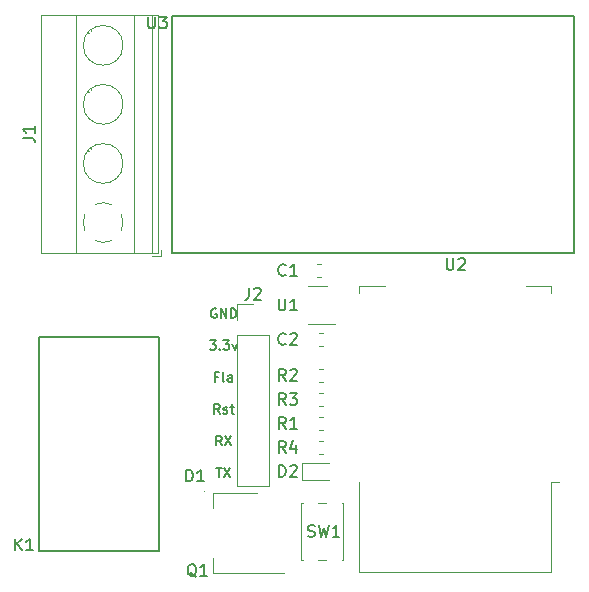
<source format=gto>
G04 #@! TF.GenerationSoftware,KiCad,Pcbnew,5.1.9-73d0e3b20d~88~ubuntu20.04.1*
G04 #@! TF.CreationDate,2021-03-27T20:57:37+01:00*
G04 #@! TF.ProjectId,Ceiling lamp,4365696c-696e-4672-906c-616d702e6b69,rev?*
G04 #@! TF.SameCoordinates,Original*
G04 #@! TF.FileFunction,Legend,Top*
G04 #@! TF.FilePolarity,Positive*
%FSLAX46Y46*%
G04 Gerber Fmt 4.6, Leading zero omitted, Abs format (unit mm)*
G04 Created by KiCad (PCBNEW 5.1.9-73d0e3b20d~88~ubuntu20.04.1) date 2021-03-27 20:57:37*
%MOMM*%
%LPD*%
G01*
G04 APERTURE LIST*
%ADD10C,0.150000*%
%ADD11C,0.120000*%
%ADD12C,0.100000*%
G04 APERTURE END LIST*
D10*
X86790476Y-72850000D02*
X86714285Y-72811904D01*
X86600000Y-72811904D01*
X86485714Y-72850000D01*
X86409523Y-72926190D01*
X86371428Y-73002380D01*
X86333333Y-73154761D01*
X86333333Y-73269047D01*
X86371428Y-73421428D01*
X86409523Y-73497619D01*
X86485714Y-73573809D01*
X86600000Y-73611904D01*
X86676190Y-73611904D01*
X86790476Y-73573809D01*
X86828571Y-73535714D01*
X86828571Y-73269047D01*
X86676190Y-73269047D01*
X87171428Y-73611904D02*
X87171428Y-72811904D01*
X87628571Y-73611904D01*
X87628571Y-72811904D01*
X88009523Y-73611904D02*
X88009523Y-72811904D01*
X88200000Y-72811904D01*
X88314285Y-72850000D01*
X88390476Y-72926190D01*
X88428571Y-73002380D01*
X88466666Y-73154761D01*
X88466666Y-73269047D01*
X88428571Y-73421428D01*
X88390476Y-73497619D01*
X88314285Y-73573809D01*
X88200000Y-73611904D01*
X88009523Y-73611904D01*
X86257142Y-75511904D02*
X86752380Y-75511904D01*
X86485714Y-75816666D01*
X86600000Y-75816666D01*
X86676190Y-75854761D01*
X86714285Y-75892857D01*
X86752380Y-75969047D01*
X86752380Y-76159523D01*
X86714285Y-76235714D01*
X86676190Y-76273809D01*
X86600000Y-76311904D01*
X86371428Y-76311904D01*
X86295238Y-76273809D01*
X86257142Y-76235714D01*
X87095238Y-76235714D02*
X87133333Y-76273809D01*
X87095238Y-76311904D01*
X87057142Y-76273809D01*
X87095238Y-76235714D01*
X87095238Y-76311904D01*
X87400000Y-75511904D02*
X87895238Y-75511904D01*
X87628571Y-75816666D01*
X87742857Y-75816666D01*
X87819047Y-75854761D01*
X87857142Y-75892857D01*
X87895238Y-75969047D01*
X87895238Y-76159523D01*
X87857142Y-76235714D01*
X87819047Y-76273809D01*
X87742857Y-76311904D01*
X87514285Y-76311904D01*
X87438095Y-76273809D01*
X87400000Y-76235714D01*
X88161904Y-75778571D02*
X88352380Y-76311904D01*
X88542857Y-75778571D01*
X86942857Y-78592857D02*
X86676190Y-78592857D01*
X86676190Y-79011904D02*
X86676190Y-78211904D01*
X87057142Y-78211904D01*
X87476190Y-79011904D02*
X87400000Y-78973809D01*
X87361904Y-78897619D01*
X87361904Y-78211904D01*
X88123809Y-79011904D02*
X88123809Y-78592857D01*
X88085714Y-78516666D01*
X88009523Y-78478571D01*
X87857142Y-78478571D01*
X87780952Y-78516666D01*
X88123809Y-78973809D02*
X88047619Y-79011904D01*
X87857142Y-79011904D01*
X87780952Y-78973809D01*
X87742857Y-78897619D01*
X87742857Y-78821428D01*
X87780952Y-78745238D01*
X87857142Y-78707142D01*
X88047619Y-78707142D01*
X88123809Y-78669047D01*
X87095238Y-81711904D02*
X86828571Y-81330952D01*
X86638095Y-81711904D02*
X86638095Y-80911904D01*
X86942857Y-80911904D01*
X87019047Y-80950000D01*
X87057142Y-80988095D01*
X87095238Y-81064285D01*
X87095238Y-81178571D01*
X87057142Y-81254761D01*
X87019047Y-81292857D01*
X86942857Y-81330952D01*
X86638095Y-81330952D01*
X87400000Y-81673809D02*
X87476190Y-81711904D01*
X87628571Y-81711904D01*
X87704761Y-81673809D01*
X87742857Y-81597619D01*
X87742857Y-81559523D01*
X87704761Y-81483333D01*
X87628571Y-81445238D01*
X87514285Y-81445238D01*
X87438095Y-81407142D01*
X87400000Y-81330952D01*
X87400000Y-81292857D01*
X87438095Y-81216666D01*
X87514285Y-81178571D01*
X87628571Y-81178571D01*
X87704761Y-81216666D01*
X87971428Y-81178571D02*
X88276190Y-81178571D01*
X88085714Y-80911904D02*
X88085714Y-81597619D01*
X88123809Y-81673809D01*
X88200000Y-81711904D01*
X88276190Y-81711904D01*
X87266666Y-84411904D02*
X87000000Y-84030952D01*
X86809523Y-84411904D02*
X86809523Y-83611904D01*
X87114285Y-83611904D01*
X87190476Y-83650000D01*
X87228571Y-83688095D01*
X87266666Y-83764285D01*
X87266666Y-83878571D01*
X87228571Y-83954761D01*
X87190476Y-83992857D01*
X87114285Y-84030952D01*
X86809523Y-84030952D01*
X87533333Y-83611904D02*
X88066666Y-84411904D01*
X88066666Y-83611904D02*
X87533333Y-84411904D01*
X86790476Y-86311904D02*
X87247619Y-86311904D01*
X87019047Y-87111904D02*
X87019047Y-86311904D01*
X87438095Y-86311904D02*
X87971428Y-87111904D01*
X87971428Y-86311904D02*
X87438095Y-87111904D01*
X117094000Y-68072000D02*
X83058000Y-68072000D01*
X117094000Y-48006000D02*
X117094000Y-68072000D01*
X83058000Y-48006000D02*
X117094000Y-48006000D01*
X83058000Y-68072000D02*
X83058000Y-48006000D01*
X71755000Y-93345000D02*
X81915000Y-93345000D01*
X71755000Y-75184000D02*
X71755000Y-93345000D01*
X81915000Y-75184000D02*
X71755000Y-75184000D01*
X81915000Y-93345000D02*
X81915000Y-75184000D01*
D11*
X94577000Y-74117000D02*
X96877000Y-74117000D01*
X96177000Y-70917000D02*
X94577000Y-70917000D01*
X94008000Y-89244000D02*
X94008000Y-94144000D01*
X97508000Y-94144000D02*
X97508000Y-89244000D01*
X96108000Y-94144000D02*
X95408000Y-94144000D01*
X96108000Y-89244000D02*
X95408000Y-89244000D01*
X97508000Y-89244000D02*
X97408000Y-89244000D01*
X94108000Y-89244000D02*
X94008000Y-89244000D01*
X94008000Y-94144000D02*
X94108000Y-94144000D01*
X97508000Y-94144000D02*
X97408000Y-94144000D01*
X95468221Y-74928000D02*
X95793779Y-74928000D01*
X95468221Y-75948000D02*
X95793779Y-75948000D01*
X95666779Y-69086000D02*
X95341221Y-69086000D01*
X95666779Y-70106000D02*
X95341221Y-70106000D01*
X88586000Y-72457000D02*
X89916000Y-72457000D01*
X88586000Y-73787000D02*
X88586000Y-72457000D01*
X88586000Y-75057000D02*
X91246000Y-75057000D01*
X91246000Y-75057000D02*
X91246000Y-87817000D01*
X88586000Y-75057000D02*
X88586000Y-87817000D01*
X88586000Y-87817000D02*
X91246000Y-87817000D01*
D12*
X85873000Y-88265000D02*
G75*
G03*
X85873000Y-88265000I-50000J0D01*
G01*
D11*
X94019000Y-87349000D02*
X96304000Y-87349000D01*
X94019000Y-85879000D02*
X94019000Y-87349000D01*
X96304000Y-85879000D02*
X94019000Y-85879000D01*
X115161000Y-87518000D02*
X115771000Y-87518000D01*
X115161000Y-87518000D02*
X115161000Y-95138000D01*
X115161000Y-70898000D02*
X115161000Y-71518000D01*
X113041000Y-70898000D02*
X115161000Y-70898000D01*
X98921000Y-70898000D02*
X101041000Y-70898000D01*
X98921000Y-71518000D02*
X98921000Y-70898000D01*
X98921000Y-95138000D02*
X98921000Y-87518000D01*
X115161000Y-95138000D02*
X98921000Y-95138000D01*
X95802267Y-83060000D02*
X95459733Y-83060000D01*
X95802267Y-82040000D02*
X95459733Y-82040000D01*
X95459733Y-78996000D02*
X95802267Y-78996000D01*
X95459733Y-77976000D02*
X95802267Y-77976000D01*
X95802267Y-81028000D02*
X95459733Y-81028000D01*
X95802267Y-80008000D02*
X95459733Y-80008000D01*
X95459733Y-85092000D02*
X95802267Y-85092000D01*
X95459733Y-84072000D02*
X95802267Y-84072000D01*
X92492000Y-95231000D02*
X86482000Y-95231000D01*
X90242000Y-88411000D02*
X86482000Y-88411000D01*
X86482000Y-95231000D02*
X86482000Y-93971000D01*
X86482000Y-88411000D02*
X86482000Y-89671000D01*
X82116000Y-68332000D02*
X82116000Y-67832000D01*
X81376000Y-68332000D02*
X82116000Y-68332000D01*
X78239000Y-51759000D02*
X78285000Y-51806000D01*
X75941000Y-49462000D02*
X75977000Y-49497000D01*
X78455000Y-51566000D02*
X78490000Y-51601000D01*
X76147000Y-49257000D02*
X76193000Y-49304000D01*
X78239000Y-56759000D02*
X78285000Y-56806000D01*
X75941000Y-54462000D02*
X75977000Y-54497000D01*
X78455000Y-56566000D02*
X78490000Y-56601000D01*
X76147000Y-54257000D02*
X76193000Y-54304000D01*
X78239000Y-61759000D02*
X78285000Y-61806000D01*
X75941000Y-59462000D02*
X75977000Y-59497000D01*
X78455000Y-61566000D02*
X78490000Y-61601000D01*
X76147000Y-59257000D02*
X76193000Y-59304000D01*
X71955000Y-47971000D02*
X81876000Y-47971000D01*
X71955000Y-68092000D02*
X81876000Y-68092000D01*
X81876000Y-68092000D02*
X81876000Y-47971000D01*
X71955000Y-68092000D02*
X71955000Y-47971000D01*
X74915000Y-68092000D02*
X74915000Y-47971000D01*
X79816000Y-68092000D02*
X79816000Y-47971000D01*
X81316000Y-68092000D02*
X81316000Y-47971000D01*
X78896000Y-50532000D02*
G75*
G03*
X78896000Y-50532000I-1680000J0D01*
G01*
X78896000Y-55532000D02*
G75*
G03*
X78896000Y-55532000I-1680000J0D01*
G01*
X78896000Y-60532000D02*
G75*
G03*
X78896000Y-60532000I-1680000J0D01*
G01*
X78750756Y-64848682D02*
G75*
G02*
X78896000Y-65532000I-1534756J-683318D01*
G01*
X76532958Y-63996574D02*
G75*
G02*
X77900000Y-63997000I683042J-1535426D01*
G01*
X75680574Y-66215042D02*
G75*
G02*
X75681000Y-64848000I1535426J683042D01*
G01*
X77899042Y-67067426D02*
G75*
G02*
X76532000Y-67067000I-683042J1535426D01*
G01*
X78896253Y-65503195D02*
G75*
G02*
X78751000Y-66216000I-1680253J-28805D01*
G01*
D10*
X81026095Y-48093380D02*
X81026095Y-48902904D01*
X81073714Y-48998142D01*
X81121333Y-49045761D01*
X81216571Y-49093380D01*
X81407047Y-49093380D01*
X81502285Y-49045761D01*
X81549904Y-48998142D01*
X81597523Y-48902904D01*
X81597523Y-48093380D01*
X81978476Y-48093380D02*
X82597523Y-48093380D01*
X82264190Y-48474333D01*
X82407047Y-48474333D01*
X82502285Y-48521952D01*
X82549904Y-48569571D01*
X82597523Y-48664809D01*
X82597523Y-48902904D01*
X82549904Y-48998142D01*
X82502285Y-49045761D01*
X82407047Y-49093380D01*
X82121333Y-49093380D01*
X82026095Y-49045761D01*
X81978476Y-48998142D01*
X69746904Y-93289380D02*
X69746904Y-92289380D01*
X70318333Y-93289380D02*
X69889761Y-92717952D01*
X70318333Y-92289380D02*
X69746904Y-92860809D01*
X71270714Y-93289380D02*
X70699285Y-93289380D01*
X70985000Y-93289380D02*
X70985000Y-92289380D01*
X70889761Y-92432238D01*
X70794523Y-92527476D01*
X70699285Y-92575095D01*
X92075095Y-71969380D02*
X92075095Y-72778904D01*
X92122714Y-72874142D01*
X92170333Y-72921761D01*
X92265571Y-72969380D01*
X92456047Y-72969380D01*
X92551285Y-72921761D01*
X92598904Y-72874142D01*
X92646523Y-72778904D01*
X92646523Y-71969380D01*
X93646523Y-72969380D02*
X93075095Y-72969380D01*
X93360809Y-72969380D02*
X93360809Y-71969380D01*
X93265571Y-72112238D01*
X93170333Y-72207476D01*
X93075095Y-72255095D01*
X94551666Y-92098761D02*
X94694523Y-92146380D01*
X94932619Y-92146380D01*
X95027857Y-92098761D01*
X95075476Y-92051142D01*
X95123095Y-91955904D01*
X95123095Y-91860666D01*
X95075476Y-91765428D01*
X95027857Y-91717809D01*
X94932619Y-91670190D01*
X94742142Y-91622571D01*
X94646904Y-91574952D01*
X94599285Y-91527333D01*
X94551666Y-91432095D01*
X94551666Y-91336857D01*
X94599285Y-91241619D01*
X94646904Y-91194000D01*
X94742142Y-91146380D01*
X94980238Y-91146380D01*
X95123095Y-91194000D01*
X95456428Y-91146380D02*
X95694523Y-92146380D01*
X95885000Y-91432095D01*
X96075476Y-92146380D01*
X96313571Y-91146380D01*
X97218333Y-92146380D02*
X96646904Y-92146380D01*
X96932619Y-92146380D02*
X96932619Y-91146380D01*
X96837380Y-91289238D01*
X96742142Y-91384476D01*
X96646904Y-91432095D01*
X92670333Y-75795142D02*
X92622714Y-75842761D01*
X92479857Y-75890380D01*
X92384619Y-75890380D01*
X92241761Y-75842761D01*
X92146523Y-75747523D01*
X92098904Y-75652285D01*
X92051285Y-75461809D01*
X92051285Y-75318952D01*
X92098904Y-75128476D01*
X92146523Y-75033238D01*
X92241761Y-74938000D01*
X92384619Y-74890380D01*
X92479857Y-74890380D01*
X92622714Y-74938000D01*
X92670333Y-74985619D01*
X93051285Y-74985619D02*
X93098904Y-74938000D01*
X93194142Y-74890380D01*
X93432238Y-74890380D01*
X93527476Y-74938000D01*
X93575095Y-74985619D01*
X93622714Y-75080857D01*
X93622714Y-75176095D01*
X93575095Y-75318952D01*
X93003666Y-75890380D01*
X93622714Y-75890380D01*
X92670333Y-69953142D02*
X92622714Y-70000761D01*
X92479857Y-70048380D01*
X92384619Y-70048380D01*
X92241761Y-70000761D01*
X92146523Y-69905523D01*
X92098904Y-69810285D01*
X92051285Y-69619809D01*
X92051285Y-69476952D01*
X92098904Y-69286476D01*
X92146523Y-69191238D01*
X92241761Y-69096000D01*
X92384619Y-69048380D01*
X92479857Y-69048380D01*
X92622714Y-69096000D01*
X92670333Y-69143619D01*
X93622714Y-70048380D02*
X93051285Y-70048380D01*
X93337000Y-70048380D02*
X93337000Y-69048380D01*
X93241761Y-69191238D01*
X93146523Y-69286476D01*
X93051285Y-69334095D01*
X89566666Y-71052380D02*
X89566666Y-71766666D01*
X89519047Y-71909523D01*
X89423809Y-72004761D01*
X89280952Y-72052380D01*
X89185714Y-72052380D01*
X89995238Y-71147619D02*
X90042857Y-71100000D01*
X90138095Y-71052380D01*
X90376190Y-71052380D01*
X90471428Y-71100000D01*
X90519047Y-71147619D01*
X90566666Y-71242857D01*
X90566666Y-71338095D01*
X90519047Y-71480952D01*
X89947619Y-72052380D01*
X90566666Y-72052380D01*
X84224904Y-87447380D02*
X84224904Y-86447380D01*
X84463000Y-86447380D01*
X84605857Y-86495000D01*
X84701095Y-86590238D01*
X84748714Y-86685476D01*
X84796333Y-86875952D01*
X84796333Y-87018809D01*
X84748714Y-87209285D01*
X84701095Y-87304523D01*
X84605857Y-87399761D01*
X84463000Y-87447380D01*
X84224904Y-87447380D01*
X85748714Y-87447380D02*
X85177285Y-87447380D01*
X85463000Y-87447380D02*
X85463000Y-86447380D01*
X85367761Y-86590238D01*
X85272523Y-86685476D01*
X85177285Y-86733095D01*
X92098904Y-87066380D02*
X92098904Y-86066380D01*
X92337000Y-86066380D01*
X92479857Y-86114000D01*
X92575095Y-86209238D01*
X92622714Y-86304476D01*
X92670333Y-86494952D01*
X92670333Y-86637809D01*
X92622714Y-86828285D01*
X92575095Y-86923523D01*
X92479857Y-87018761D01*
X92337000Y-87066380D01*
X92098904Y-87066380D01*
X93051285Y-86161619D02*
X93098904Y-86114000D01*
X93194142Y-86066380D01*
X93432238Y-86066380D01*
X93527476Y-86114000D01*
X93575095Y-86161619D01*
X93622714Y-86256857D01*
X93622714Y-86352095D01*
X93575095Y-86494952D01*
X93003666Y-87066380D01*
X93622714Y-87066380D01*
X106299095Y-68540380D02*
X106299095Y-69349904D01*
X106346714Y-69445142D01*
X106394333Y-69492761D01*
X106489571Y-69540380D01*
X106680047Y-69540380D01*
X106775285Y-69492761D01*
X106822904Y-69445142D01*
X106870523Y-69349904D01*
X106870523Y-68540380D01*
X107299095Y-68635619D02*
X107346714Y-68588000D01*
X107441952Y-68540380D01*
X107680047Y-68540380D01*
X107775285Y-68588000D01*
X107822904Y-68635619D01*
X107870523Y-68730857D01*
X107870523Y-68826095D01*
X107822904Y-68968952D01*
X107251476Y-69540380D01*
X107870523Y-69540380D01*
X92670333Y-83002380D02*
X92337000Y-82526190D01*
X92098904Y-83002380D02*
X92098904Y-82002380D01*
X92479857Y-82002380D01*
X92575095Y-82050000D01*
X92622714Y-82097619D01*
X92670333Y-82192857D01*
X92670333Y-82335714D01*
X92622714Y-82430952D01*
X92575095Y-82478571D01*
X92479857Y-82526190D01*
X92098904Y-82526190D01*
X93622714Y-83002380D02*
X93051285Y-83002380D01*
X93337000Y-83002380D02*
X93337000Y-82002380D01*
X93241761Y-82145238D01*
X93146523Y-82240476D01*
X93051285Y-82288095D01*
X92670333Y-78938380D02*
X92337000Y-78462190D01*
X92098904Y-78938380D02*
X92098904Y-77938380D01*
X92479857Y-77938380D01*
X92575095Y-77986000D01*
X92622714Y-78033619D01*
X92670333Y-78128857D01*
X92670333Y-78271714D01*
X92622714Y-78366952D01*
X92575095Y-78414571D01*
X92479857Y-78462190D01*
X92098904Y-78462190D01*
X93051285Y-78033619D02*
X93098904Y-77986000D01*
X93194142Y-77938380D01*
X93432238Y-77938380D01*
X93527476Y-77986000D01*
X93575095Y-78033619D01*
X93622714Y-78128857D01*
X93622714Y-78224095D01*
X93575095Y-78366952D01*
X93003666Y-78938380D01*
X93622714Y-78938380D01*
X92670333Y-80970380D02*
X92337000Y-80494190D01*
X92098904Y-80970380D02*
X92098904Y-79970380D01*
X92479857Y-79970380D01*
X92575095Y-80018000D01*
X92622714Y-80065619D01*
X92670333Y-80160857D01*
X92670333Y-80303714D01*
X92622714Y-80398952D01*
X92575095Y-80446571D01*
X92479857Y-80494190D01*
X92098904Y-80494190D01*
X93003666Y-79970380D02*
X93622714Y-79970380D01*
X93289380Y-80351333D01*
X93432238Y-80351333D01*
X93527476Y-80398952D01*
X93575095Y-80446571D01*
X93622714Y-80541809D01*
X93622714Y-80779904D01*
X93575095Y-80875142D01*
X93527476Y-80922761D01*
X93432238Y-80970380D01*
X93146523Y-80970380D01*
X93051285Y-80922761D01*
X93003666Y-80875142D01*
X92670333Y-85034380D02*
X92337000Y-84558190D01*
X92098904Y-85034380D02*
X92098904Y-84034380D01*
X92479857Y-84034380D01*
X92575095Y-84082000D01*
X92622714Y-84129619D01*
X92670333Y-84224857D01*
X92670333Y-84367714D01*
X92622714Y-84462952D01*
X92575095Y-84510571D01*
X92479857Y-84558190D01*
X92098904Y-84558190D01*
X93527476Y-84367714D02*
X93527476Y-85034380D01*
X93289380Y-83986761D02*
X93051285Y-84701047D01*
X93670333Y-84701047D01*
X85104761Y-95547619D02*
X85009523Y-95500000D01*
X84914285Y-95404761D01*
X84771428Y-95261904D01*
X84676190Y-95214285D01*
X84580952Y-95214285D01*
X84628571Y-95452380D02*
X84533333Y-95404761D01*
X84438095Y-95309523D01*
X84390476Y-95119047D01*
X84390476Y-94785714D01*
X84438095Y-94595238D01*
X84533333Y-94500000D01*
X84628571Y-94452380D01*
X84819047Y-94452380D01*
X84914285Y-94500000D01*
X85009523Y-94595238D01*
X85057142Y-94785714D01*
X85057142Y-95119047D01*
X85009523Y-95309523D01*
X84914285Y-95404761D01*
X84819047Y-95452380D01*
X84628571Y-95452380D01*
X86009523Y-95452380D02*
X85438095Y-95452380D01*
X85723809Y-95452380D02*
X85723809Y-94452380D01*
X85628571Y-94595238D01*
X85533333Y-94690476D01*
X85438095Y-94738095D01*
X70408380Y-58365333D02*
X71122666Y-58365333D01*
X71265523Y-58412952D01*
X71360761Y-58508190D01*
X71408380Y-58651047D01*
X71408380Y-58746285D01*
X71408380Y-57365333D02*
X71408380Y-57936761D01*
X71408380Y-57651047D02*
X70408380Y-57651047D01*
X70551238Y-57746285D01*
X70646476Y-57841523D01*
X70694095Y-57936761D01*
M02*

</source>
